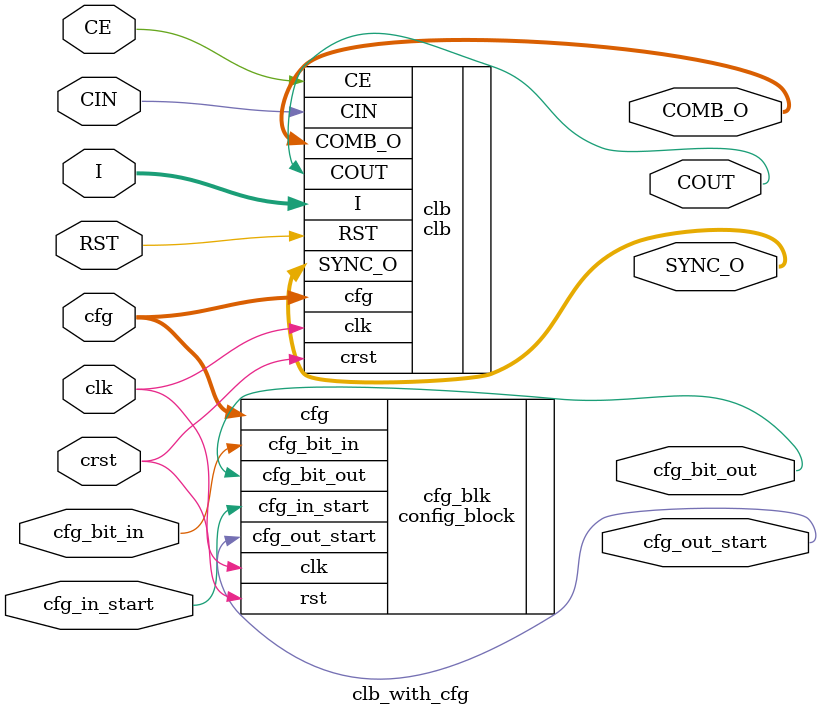
<source format=v>

module clb_with_cfg #(
  parameter ID_WIDTH = 3,
  parameter ID = 0
) (
  input  wire [31:0] I,
  input  wire CIN,
  output wire COUT,
  output wire [7:0] COMB_O,
  output wire [7:0] SYNC_O,
  input  wire RST,
  input  wire CE,

  input wire [CFG_SIZE-1:0] cfg,
  input wire clk,  // global clock (TODO: separate clocks for fabric logic and config?)
  input wire crst, // system-wide reset (or config reset)

  input  wire cfg_in_start,
  input  wire cfg_bit_in,
  output wire cfg_out_start,
  output wire cfg_bit_out
);

  localparam CFG_LUT_SIZE  = 33; // S44: 2 x LUT-4 + input select
  localparam CFG_DFF_SIZE  = 1;
  localparam CFG_OMUX_SIZE = 1;

  localparam CFG_LUT_OFFSET  = 0;
  localparam CFG_DFF_OFFSET  = 4 * CFG_LUT_SIZE + CFG_LUT_OFFSET;
  localparam CFG_OMUX_OFFSET = 8 * CFG_DFF_SIZE + CFG_DFF_OFFSET;
  localparam CFG_CC_OFFSET   = 8 * CFG_OMUX_SIZE + CFG_OMUX_OFFSET;

  localparam CFG_SIZE = 2 + CFG_CC_OFFSET + ID_WIDTH;

  clb # (
    .CFG_SIZE(CFG_SIZE)
  ) clb (
    .I(I),
    .CIN(CIN),
    .COUT(COUT),
    .COMB_O(COMB_O),
    .SYNC_O(SYNC_O),
    .RST(RST),
    .CE(CE),

    .clk(clk),
    .crst(crst),
    .cfg(cfg)
  );

  config_block #(
    .CFG_SIZE(CFG_SIZE),
    .SHIFT_LEN(16),
    .ID_WIDTH(ID_WIDTH),
    .ID(ID)
  ) cfg_blk (
    .clk(clk),
    .rst(crst),
    .cfg_in_start(cfg_in_start),
    .cfg_bit_in(cfg_bit_in),
    .cfg_out_start(cfg_out_start),
    .cfg_bit_out(cfg_bit_out),
    .cfg(cfg)
  );

endmodule

</source>
